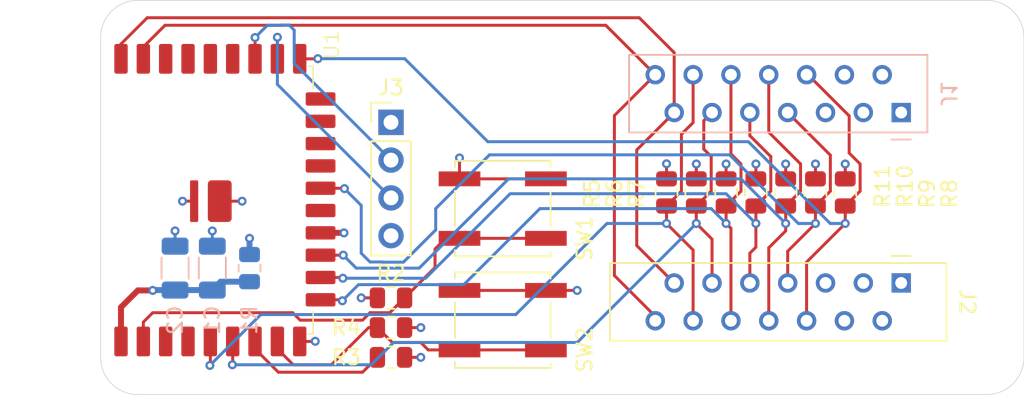
<source format=kicad_pcb>
(kicad_pcb (version 20241229) (generator "pcbnew") (generator_version "9.0")
  (layers (0 "F.Cu" signal) (4 "In1.Cu" signal) (6 "In2.Cu" signal) (2 "B.Cu" signal) (13 "F.Paste" user) (15 "B.Paste" user) (5 "F.SilkS" user "F.Silkscreen") (7 "B.SilkS" user "B.Silkscreen") (1 "F.Mask" user) (3 "B.Mask" user) (25 "Edge.Cuts" user))
  (net 0 "")
  (net 1 "/LED1")
  (net 3 "/LED_AUTO")
  (net 4 "/LED3")
  (net 5 "/BTN_PLUS")
  (net 6 "+3.3V")
  (net 7 "/LED2")
  (net 8 "/BTN_MINUS")
  (net 9 "/LED_ERR")
  (net 11 "GND")
  (net 12 "/LED4")
  (net 14 "/LED_FILTER")
  (net 18 "/RXD")
  (net 19 "/TXD")
  (net 20 "/GPIO8_BOOT")
  (net 21 "/GPIO9_BOOT")
  (net 28 "Net-(U1B-3V3)")
  (net 29 "Net-(U1C-EN)")
  (footprint "Resistor_SMD:R_0805_2012Metric" (layer "F.Cu") (at 120 114 180)
    (property "Reference" "R3" (at 3 0 0) (layer "F.SilkS"))
    (property "Value" "10k")
    (fp_line (start -0.227064 0.735) (end 0.227064 0.735) (stroke (width 0.12)) (layer "F.SilkS"))
    (fp_line (start -0.227064 -0.735) (end 0.227064 -0.735) (stroke (width 0.12)) (layer "F.SilkS"))
    (pad "1" smd roundrect (at -0.9125 0 180) (size 1.025 1.4) (layers "F.Cu" "F.Mask" "F.Paste") (roundrect_rratio 0.243902) (net 6 "+3.3V"))
    (pad "2" smd roundrect (at 0.9125 0 180) (size 1.025 1.4) (layers "F.Cu" "F.Mask" "F.Paste") (roundrect_rratio 0.243902) (net 20 "/GPIO8_BOOT"))
  )
  (footprint "Resistor_SMD:R_0805_2012Metric" (layer "F.Cu") (at 150.5 102.9125 -90)
    (property "Reference" "R8" (at 0.0875 -7 90) (layer "F.SilkS"))
    (property "Value" "47k")
    (fp_line (start -0.227064 0.735) (end 0.227064 0.735) (stroke (width 0.12)) (layer "F.SilkS"))
    (fp_line (start -0.227064 -0.735) (end 0.227064 -0.735) (stroke (width 0.12)) (layer "F.SilkS"))
    (pad "1" smd roundrect (at -0.9125 0 270) (size 1.025 1.4) (layers "F.Cu" "F.Mask" "F.Paste") (roundrect_rratio 0.243902) (net 6 "+3.3V"))
    (pad "2" smd roundrect (at 0.9125 0 270) (size 1.025 1.4) (layers "F.Cu" "F.Mask" "F.Paste") (roundrect_rratio 0.243902) (net 1 "/LED1"))
  )
  (footprint "Resistor_SMD:R_0805_2012Metric" (layer "F.Cu") (at 120 110)
    (property "Reference" "R2" (at 0 -1.65 0) (layer "F.SilkS"))
    (property "Value" "10k")
    (fp_line (start -0.227064 -0.735) (end 0.227064 -0.735) (stroke (width 0.12)) (layer "F.SilkS"))
    (fp_line (start -0.227064 0.735) (end 0.227064 0.735) (stroke (width 0.12)) (layer "F.SilkS"))
    (pad "1" smd roundrect (at -0.9125 0) (size 1.025 1.4) (layers "F.Cu" "F.Mask" "F.Paste") (roundrect_rratio 0.243902) (net 6 "+3.3V"))
    (pad "2" smd roundrect (at 0.9125 0) (size 1.025 1.4) (layers "F.Cu" "F.Mask" "F.Paste") (roundrect_rratio 0.243902) (net 29 "Net-(U1C-EN)"))
  )
  (footprint "local:J_Wurth_WR-MM_690367191472" (layer "F.Cu") (at 154.255 109 -90)
    (property "Reference" "J2" (at 1.27 -4.445 270) (layer "F.SilkS"))
    (property "Value" "690367191472")
    (fp_line (start -1.815 0.65) (end -1.815 -0.65) (stroke (width 0.12)) (layer "F.SilkS"))
    (fp_rect (start -1.34 -3.045) (end 3.88 19.555) (stroke (width 0.12)) (fill no) (layer "F.SilkS"))
    (pad "" np_thru_hole circle (at 1.8 -1.4) (size 1.5 1.5) (drill 1.5) (layers "F&B.Cu" "*.Mask"))
    (pad "1" thru_hole rect (at 0 0) (size 1.3 1.3) (drill 0.8) (layers "*.Cu" "*.Mask") (net 6 "+3.3V"))
    (pad "2" thru_hole circle (at 2.54 1.27) (size 1.3 1.3) (drill 0.8) (layers "*.Cu" "*.Mask") (net 11 "GND"))
    (pad "3" thru_hole circle (at 0 2.54) (size 1.3 1.3) (drill 0.8) (layers "*.Cu" "*.Mask"))
    (pad "4" thru_hole circle (at 2.54 3.81) (size 1.3 1.3) (drill 0.8) (layers "*.Cu" "*.Mask"))
    (pad "5" thru_hole circle (at 0 5.08) (size 1.3 1.3) (drill 0.8) (layers "*.Cu" "*.Mask"))
    (pad "6" thru_hole circle (at 2.54 6.35) (size 1.3 1.3) (drill 0.8) (layers "*.Cu" "*.Mask") (net 1 "/LED1"))
    (pad "7" thru_hole circle (at 0 7.62) (size 1.3 1.3) (drill 0.8) (layers "*.Cu" "*.Mask") (net 7 "/LED2"))
    (pad "8" thru_hole circle (at 2.54 8.89) (size 1.3 1.3) (drill 0.8) (layers "*.Cu" "*.Mask") (net 4 "/LED3"))
    (pad "9" thru_hole circle (at 0 10.16) (size 1.3 1.3) (drill 0.8) (layers "*.Cu" "*.Mask") (net 12 "/LED4"))
    (pad "10" thru_hole circle (at 2.54 11.43) (size 1.3 1.3) (drill 0.8) (layers "*.Cu" "*.Mask") (net 9 "/LED_ERR"))
    (pad "11" thru_hole circle (at 0 12.7) (size 1.3 1.3) (drill 0.8) (layers "*.Cu" "*.Mask") (net 14 "/LED_FILTER"))
    (pad "12" thru_hole circle (at 2.54 13.97) (size 1.3 1.3) (drill 0.8) (layers "*.Cu" "*.Mask") (net 3 "/LED_AUTO"))
    (pad "13" thru_hole circle (at 0 15.24) (size 1.3 1.3) (drill 0.8) (layers "*.Cu" "*.Mask") (net 8 "/BTN_MINUS"))
    (pad "14" thru_hole circle (at 2.54 16.51) (size 1.3 1.3) (drill 0.8) (layers "*.Cu" "*.Mask") (net 5 "/BTN_PLUS"))
  )
  (footprint "Resistor_SMD:R_0805_2012Metric" (layer "F.Cu") (at 142.5 102.9125 -90)
    (property "Reference" "R7" (at 0.0875 6 90) (layer "F.SilkS"))
    (property "Value" "47k")
    (fp_line (start -0.227064 0.735) (end 0.227064 0.735) (stroke (width 0.12)) (layer "F.SilkS"))
    (fp_line (start -0.227064 -0.735) (end 0.227064 -0.735) (stroke (width 0.12)) (layer "F.SilkS"))
    (pad "1" smd roundrect (at -0.9125 0 270) (size 1.025 1.4) (layers "F.Cu" "F.Mask" "F.Paste") (roundrect_rratio 0.243902) (net 6 "+3.3V"))
    (pad "2" smd roundrect (at 0.9125 0 270) (size 1.025 1.4) (layers "F.Cu" "F.Mask" "F.Paste") (roundrect_rratio 0.243902) (net 9 "/LED_ERR"))
  )
  (footprint "Resistor_SMD:R_0805_2012Metric" (layer "F.Cu") (at 120 112 180)
    (property "Reference" "R4" (at 3 0 0) (layer "F.SilkS"))
    (property "Value" "10k")
    (fp_line (start -0.227064 0.735) (end 0.227064 0.735) (stroke (width 0.12)) (layer "F.SilkS"))
    (fp_line (start -0.227064 -0.735) (end 0.227064 -0.735) (stroke (width 0.12)) (layer "F.SilkS"))
    (pad "1" smd roundrect (at -0.9125 0 180) (size 1.025 1.4) (layers "F.Cu" "F.Mask" "F.Paste") (roundrect_rratio 0.243902) (net 6 "+3.3V"))
    (pad "2" smd roundrect (at 0.9125 0 180) (size 1.025 1.4) (layers "F.Cu" "F.Mask" "F.Paste") (roundrect_rratio 0.243902) (net 21 "/GPIO9_BOOT"))
  )
  (footprint "Resistor_SMD:R_0805_2012Metric" (layer "F.Cu") (at 144.5 102.9125 -90)
    (property "Reference" "R11" (at -0.4125 -8.5 90) (layer "F.SilkS"))
    (property "Value" "47k")
    (fp_line (start -0.227064 0.735) (end 0.227064 0.735) (stroke (width 0.12)) (layer "F.SilkS"))
    (fp_line (start -0.227064 -0.735) (end 0.227064 -0.735) (stroke (width 0.12)) (layer "F.SilkS"))
    (pad "1" smd roundrect (at -0.9125 0 270) (size 1.025 1.4) (layers "F.Cu" "F.Mask" "F.Paste") (roundrect_rratio 0.243902) (net 6 "+3.3V"))
    (pad "2" smd roundrect (at 0.9125 0 270) (size 1.025 1.4) (layers "F.Cu" "F.Mask" "F.Paste") (roundrect_rratio 0.243902) (net 12 "/LED4"))
  )
  (footprint "local:ESP32-H2-WROOM-02C" (layer "F.Cu") (at 107.87 103.43 90)
    (property "Reference" "U1" (at 10.43 8.13 90) (layer "F.SilkS") (effects (font (thickness 0.1))))
    (property "Value" "ESP32-H2-WROOM-02C")
    (fp_line (start 9 6.6) (end 9 6.9) (stroke (width 0.1)) (layer "F.SilkS"))
    (fp_line (start -9 6.6) (end -9 6.9) (stroke (width 0.1)) (layer "F.SilkS"))
    (fp_line (start 7.5 6.9) (end 9 6.9) (stroke (width 0.1)) (layer "F.SilkS"))
    (fp_line (start -9 6.9) (end -7.5 6.9) (stroke (width 0.1)) (layer "F.SilkS"))
    (pad "1" smd roundrect (at -9.5 -6 90) (size 2 0.9) (layers "F.Cu" "F.Mask" "F.Paste") (roundrect_rratio 0.15) (net 28 "Net-(U1B-3V3)"))
    (pad "2" smd roundrect (at -9.5 -4.5 90) (size 2 0.9) (layers "F.Cu" "F.Mask" "F.Paste") (roundrect_rratio 0.15) (net 29 "Net-(U1C-EN)"))
    (pad "3" smd roundrect (at -9.5 -3 90) (size 2 0.9) (layers "F.Cu" "F.Mask" "F.Paste") (roundrect_rratio 0.15))
    (pad "4" smd roundrect (at -9.5 -1.5 90) (size 2 0.9) (layers "F.Cu" "F.Mask" "F.Paste") (roundrect_rratio 0.15))
    (pad "5" smd roundrect (at -9.5 0 90) (size 2 0.9) (layers "F.Cu" "F.Mask" "F.Paste") (roundrect_rratio 0.15) (net 3 "/LED_AUTO"))
    (pad "6" smd roundrect (at -9.5 1.5 90) (size 2 0.9) (layers "F.Cu" "F.Mask" "F.Paste") (roundrect_rratio 0.15) (net 14 "/LED_FILTER"))
    (pad "7" smd roundrect (at -9.5 3 90) (size 2 0.9) (layers "F.Cu" "F.Mask" "F.Paste") (roundrect_rratio 0.15) (net 20 "/GPIO8_BOOT"))
    (pad "8" smd roundrect (at -9.5 4.5 90) (size 2 0.9) (layers "F.Cu" "F.Mask" "F.Paste") (roundrect_rratio 0.15) (net 21 "/GPIO9_BOOT"))
    (pad "9" smd roundrect (at -9.5 6 90) (size 2 0.9) (layers "F.Cu" "F.Mask" "F.Paste") (roundrect_rratio 0.15) (net 11 "GND"))
    (pad "10" smd roundrect (at -6.7 7.4 180) (size 2 0.9) (layers "F.Cu" "F.Mask" "F.Paste") (roundrect_rratio 0.15) (net 9 "/LED_ERR"))
    (pad "11" smd roundrect (at -5.2 7.4 180) (size 2 0.9) (layers "F.Cu" "F.Mask" "F.Paste") (roundrect_rratio 0.15) (net 12 "/LED4"))
    (pad "12" smd roundrect (at -3.7 7.4 180) (size 2 0.9) (layers "F.Cu" "F.Mask" "F.Paste") (roundrect_rratio 0.15) (net 4 "/LED3"))
    (pad "13" smd roundrect (at -2.2 7.4 180) (size 2 0.9) (layers "F.Cu" "F.Mask" "F.Paste") (roundrect_rratio 0.15) (net 11 "GND"))
    (pad "14" smd roundrect (at -0.7 7.4 180) (size 2 0.9) (layers "F.Cu" "F.Mask" "F.Paste") (roundrect_rratio 0.15))
    (pad "15" smd roundrect (at 0.8 7.4 180) (size 2 0.9) (layers "F.Cu" "F.Mask" "F.Paste") (roundrect_rratio 0.15) (net 7 "/LED2"))
    (pad "16" smd roundrect (at 2.3 7.4 180) (size 2 0.9) (layers "F.Cu" "F.Mask" "F.Paste") (roundrect_rratio 0.15))
    (pad "17" smd roundrect (at 3.8 7.4 180) (size 2 0.9) (layers "F.Cu" "F.Mask" "F.Paste") (roundrect_rratio 0.15))
    (pad "18" smd roundrect (at 5.3 7.4 180) (size 2 0.9) (layers "F.Cu" "F.Mask" "F.Paste") (roundrect_rratio 0.15))
    (pad "19" smd roundrect (at 6.8 7.4 180) (size 2 0.9) (layers "F.Cu" "F.Mask" "F.Paste") (roundrect_rratio 0.15))
    (pad "20" smd roundrect (at 9.5 6 270) (size 2 0.9) (layers "F.Cu" "F.Mask" "F.Paste") (roundrect_rratio 0.15) (net 1 "/LED1"))
    (pad "21" smd roundrect (at 9.5 4.5 270) (size 2 0.9) (layers "F.Cu" "F.Mask" "F.Paste") (roundrect_rratio 0.15) (net 18 "/RXD"))
    (pad "22" smd roundrect (at 9.5 3 270) (size 2 0.9) (layers "F.Cu" "F.Mask" "F.Paste") (roundrect_rratio 0.15) (net 19 "/TXD"))
    (pad "23" smd roundrect (at 9.5 1.5 270) (size 2 0.9) (layers "F.Cu" "F.Mask" "F.Paste") (roundrect_rratio 0.15))
    (pad "24" smd roundrect (at 9.5 0 270) (size 2 0.9) (layers "F.Cu" "F.Mask" "F.Paste") (roundrect_rratio 0.15))
    (pad "25" smd roundrect (at 9.5 -1.5 270) (size 2 0.9) (layers "F.Cu" "F.Mask" "F.Paste") (roundrect_rratio 0.15))
    (pad "26" smd roundrect (at 9.5 -3 270) (size 2 0.9) (layers "F.Cu" "F.Mask" "F.Paste") (roundrect_rratio 0.15))
    (pad "27" smd roundrect (at 9.5 -4.5 270) (size 2 0.9) (layers "F.Cu" "F.Mask" "F.Paste") (roundrect_rratio 0.15) (net 5 "/BTN_PLUS"))
    (pad "28" smd roundrect (at 9.5 -6 270) (size 2 0.9) (layers "F.Cu" "F.Mask" "F.Paste") (roundrect_rratio 0.15) (net 8 "/BTN_MINUS"))
    (pad "29" smd roundrect (at -0.07 -1.09 270) (size 2.8 0.55) (layers "F.Cu" "F.Mask" "F.Paste") (roundrect_rratio 0.15) (net 11 "GND"))
    (pad "30" smd roundrect (at -0.07 0.63 270) (size 2.8 1.6) (layers "F.Cu" "F.Mask" "F.Paste") (roundrect_rratio 0.15) (net 11 "GND"))
  )
  (footprint "Button_Switch_SMD:SW_Push_1P1T_NO_CK_KSC7xxJ" (layer "F.Cu") (at 127.5 104)
    (property "Reference" "SW1" (at 5.5 2 90) (layer "F.SilkS"))
    (property "Value" "SW_Push")
    (fp_line (start -3.21 -3.21) (end -3.21 -2.8) (stroke (width 0.12)) (layer "F.SilkS"))
    (fp_line (start -3.21 -1.2) (end -3.21 1.2) (stroke (width 0.12)) (layer "F.SilkS"))
    (fp_line (start -3.21 2.8) (end -3.21 3.21) (stroke (width 0.12)) (layer "F.SilkS"))
    (fp_line (start -3.21 3.21) (end 3.21 3.21) (stroke (width 0.12)) (layer "F.SilkS"))
    (fp_line (start 3.21 -3.21) (end -3.21 -3.21) (stroke (width 0.12)) (layer "F.SilkS"))
    (fp_line (start 3.21 -2.8) (end 3.21 -3.21) (stroke (width 0.12)) (layer "F.SilkS"))
    (fp_line (start 3.21 1.2) (end 3.21 -1.2) (stroke (width 0.12)) (layer "F.SilkS"))
    (fp_line (start 3.21 3.21) (end 3.21 2.93) (stroke (width 0.12)) (layer "F.SilkS"))
    (pad "1" smd rect (at -2.9 -2) (size 2.8 1) (layers "F.Cu" "F.Mask" "F.Paste") (net 11 "GND"))
    (pad "1" smd rect (at 2.9 -2) (size 2.8 1) (layers "F.Cu" "F.Mask" "F.Paste") (net 11 "GND"))
    (pad "2" smd rect (at -2.9 2) (size 2.8 1) (layers "F.Cu" "F.Mask" "F.Paste") (net 29 "Net-(U1C-EN)"))
    (pad "2" smd rect (at 2.9 2) (size 2.8 1) (layers "F.Cu" "F.Mask" "F.Paste") (net 29 "Net-(U1C-EN)"))
  )
  (footprint "Button_Switch_SMD:SW_Push_1P1T_NO_CK_KSC7xxJ" (layer "F.Cu") (at 127.5 111.5)
    (property "Reference" "SW2" (at 5.5 2 90) (layer "F.SilkS"))
    (property "Value" "SW_Push")
    (fp_line (start -3.21 -3.21) (end -3.21 -2.8) (stroke (width 0.12)) (layer "F.SilkS"))
    (fp_line (start -3.21 -1.2) (end -3.21 1.2) (stroke (width 0.12)) (layer "F.SilkS"))
    (fp_line (start -3.21 2.8) (end -3.21 3.21) (stroke (width 0.12)) (layer "F.SilkS"))
    (fp_line (start -3.21 3.21) (end 3.21 3.21) (stroke (width 0.12)) (layer "F.SilkS"))
    (fp_line (start 3.21 -3.21) (end -3.21 -3.21) (stroke (width 0.12)) (layer "F.SilkS"))
    (fp_line (start 3.21 -2.8) (end 3.21 -3.21) (stroke (width 0.12)) (layer "F.SilkS"))
    (fp_line (start 3.21 1.2) (end 3.21 -1.2) (stroke (width 0.12)) (layer "F.SilkS"))
    (fp_line (start 3.21 3.21) (end 3.21 2.93) (stroke (width 0.12)) (layer "F.SilkS"))
    (pad "1" smd rect (at -2.9 -2) (size 2.8 1) (layers "F.Cu" "F.Mask" "F.Paste") (net 11 "GND"))
    (pad "1" smd rect (at 2.9 -2) (size 2.8 1) (layers "F.Cu" "F.Mask" "F.Paste") (net 11 "GND"))
    (pad "2" smd rect (at -2.9 2) (size 2.8 1) (layers "F.Cu" "F.Mask" "F.Paste") (net 21 "/GPIO9_BOOT"))
    (pad "2" smd rect (at 2.9 2) (size 2.8 1) (layers "F.Cu" "F.Mask" "F.Paste") (net 21 "/GPIO9_BOOT"))
  )
  (footprint "Resistor_SMD:R_0805_2012Metric" (layer "F.Cu") (at 138.5 102.9125 -90)
    (property "Reference" "R5" (at 0.0875 5 90) (layer "F.SilkS"))
    (property "Value" "47k")
    (fp_line (start -0.227064 0.735) (end 0.227064 0.735) (stroke (width 0.12)) (layer "F.SilkS"))
    (fp_line (start -0.227064 -0.735) (end 0.227064 -0.735) (stroke (width 0.12)) (layer "F.SilkS"))
    (pad "1" smd roundrect (at -0.9125 0 270) (size 1.025 1.4) (layers "F.Cu" "F.Mask" "F.Paste") (roundrect_rratio 0.243902) (net 6 "+3.3V"))
    (pad "2" smd roundrect (at 0.9125 0 270) (size 1.025 1.4) (layers "F.Cu" "F.Mask" "F.Paste") (roundrect_rratio 0.243902) (net 3 "/LED_AUTO"))
  )
  (footprint "Resistor_SMD:R_0805_2012Metric" (layer "F.Cu") (at 148.5 102.9125 -90)
    (property "Reference" "R9" (at 0.0875 -7.5 90) (layer "F.SilkS"))
    (property "Value" "47k")
    (fp_line (start -0.227064 0.735) (end 0.227064 0.735) (stroke (width 0.12)) (layer "F.SilkS"))
    (fp_line (start -0.227064 -0.735) (end 0.227064 -0.735) (stroke (width 0.12)) (layer "F.SilkS"))
    (pad "1" smd roundrect (at -0.9125 0 270) (size 1.025 1.4) (layers "F.Cu" "F.Mask" "F.Paste") (roundrect_rratio 0.243902) (net 6 "+3.3V"))
    (pad "2" smd roundrect (at 0.9125 0 270) (size 1.025 1.4) (layers "F.Cu" "F.Mask" "F.Paste") (roundrect_rratio 0.243902) (net 7 "/LED2"))
  )
  (footprint "Resistor_SMD:R_0805_2012Metric" (layer "F.Cu") (at 140.5 102.9125 -90)
    (property "Reference" "R6" (at 0.0875 5.5 90) (layer "F.SilkS"))
    (property "Value" "47k")
    (fp_line (start -0.227064 0.735) (end 0.227064 0.735) (stroke (width 0.12)) (layer "F.SilkS"))
    (fp_line (start -0.227064 -0.735) (end 0.227064 -0.735) (stroke (width 0.12)) (layer "F.SilkS"))
    (pad "1" smd roundrect (at -0.9125 0 270) (size 1.025 1.4) (layers "F.Cu" "F.Mask" "F.Paste") (roundrect_rratio 0.243902) (net 6 "+3.3V"))
    (pad "2" smd roundrect (at 0.9125 0 270) (size 1.025 1.4) (layers "F.Cu" "F.Mask" "F.Paste") (roundrect_rratio 0.243902) (net 14 "/LED_FILTER"))
  )
  (footprint "Connector_PinHeader_2.54mm:PinHeader_1x04_P2.54mm_Vertical" (layer "F.Cu") (at 120 98.2)
    (property "Reference" "J3" (at 0 -2.33 0) (layer "F.SilkS"))
    (property "Value" "Conn_01x04")
    (fp_line (start -1.33 -1.33) (end 0 -1.33) (stroke (width 0.12)) (layer "F.SilkS"))
    (fp_line (start -1.33 0) (end -1.33 -1.33) (stroke (width 0.12)) (layer "F.SilkS"))
    (fp_line (start -1.33 1.27) (end -1.33 8.95) (stroke (width 0.12)) (layer "F.SilkS"))
    (fp_line (start -1.33 1.27) (end 1.33 1.27) (stroke (width 0.12)) (layer "F.SilkS"))
    (fp_line (start -1.33 8.95) (end 1.33 8.95) (stroke (width 0.12)) (layer "F.SilkS"))
    (fp_line (start 1.33 1.27) (end 1.33 8.95) (stroke (width 0.12)) (layer "F.SilkS"))
    (pad "1" thru_hole rect (at 0 0) (size 1.7 1.7) (drill 1) (layers "*.Cu" "*.Mask") (net 6 "+3.3V"))
    (pad "2" thru_hole oval (at 0 2.54) (size 1.7 1.7) (drill 1) (layers "*.Cu" "*.Mask") (net 19 "/TXD"))
    (pad "3" thru_hole oval (at 0 5.08) (size 1.7 1.7) (drill 1) (layers "*.Cu" "*.Mask") (net 18 "/RXD"))
    (pad "4" thru_hole oval (at 0 7.62) (size 1.7 1.7) (drill 1) (layers "*.Cu" "*.Mask") (net 11 "GND"))
  )
  (footprint "Resistor_SMD:R_0805_2012Metric" (layer "F.Cu") (at 146.5 102.9125 -90)
    (property "Reference" "R10" (at -0.4125 -8 90) (layer "F.SilkS"))
    (property "Value" "47k")
    (fp_line (start -0.227064 0.735) (end 0.227064 0.735) (stroke (width 0.12)) (layer "F.SilkS"))
    (fp_line (start -0.227064 -0.735) (end 0.227064 -0.735) (stroke (width 0.12)) (layer "F.SilkS"))
    (pad "1" smd roundrect (at -0.9125 0 270) (size 1.025 1.4) (layers "F.Cu" "F.Mask" "F.Paste") (roundrect_rratio 0.243902) (net 6 "+3.3V"))
    (pad "2" smd roundrect (at 0.9125 0 270) (size 1.025 1.4) (layers "F.Cu" "F.Mask" "F.Paste") (roundrect_rratio 0.243902) (net 4 "/LED3"))
  )
  (footprint "Capacitor_SMD:C_1206_3216Metric" (layer "B.Cu") (at 108 108 90)
    (property "Reference" "C1" (at -3.5 0 90) (layer "B.SilkS") (effects (justify mirror)))
    (property "Value" "10uF")
    (fp_line (start -0.711252 -0.91) (end 0.711252 -0.91) (stroke (width 0.12)) (layer "B.SilkS"))
    (fp_line (start -0.711252 0.91) (end 0.711252 0.91) (stroke (width 0.12)) (layer "B.SilkS"))
    (pad "1" smd roundrect (at -1.475 0 90) (size 1.15 1.8) (layers "B.Cu" "B.Mask" "B.Paste") (roundrect_rratio 0.217391) (net 28 "Net-(U1B-3V3)"))
    (pad "2" smd roundrect (at 1.475 0 90) (size 1.15 1.8) (layers "B.Cu" "B.Mask" "B.Paste") (roundrect_rratio 0.217391) (net 11 "GND"))
  )
  (footprint "Resistor_SMD:R_0805_2012Metric" (layer "B.Cu") (at 110.5 108 -90)
    (property "Reference" "R1" (at 3.5 0 90) (layer "B.SilkS") (effects (justify mirror)))
    (property "Value" "1R")
    (fp_line (start -0.227064 0.735) (end 0.227064 0.735) (stroke (width 0.12)) (layer "B.SilkS"))
    (fp_line (start -0.227064 -0.735) (end 0.227064 -0.735) (stroke (width 0.12)) (layer "B.SilkS"))
    (pad "1" smd roundrect (at -0.9125 0 270) (size 1.025 1.4) (layers "B.Cu" "B.Mask" "B.Paste") (roundrect_rratio 0.243902) (net 6 "+3.3V"))
    (pad "2" smd roundrect (at 0.9125 0 270) (size 1.025 1.4) (layers "B.Cu" "B.Mask" "B.Paste") (roundrect_rratio 0.243902) (net 28 "Net-(U1B-3V3)"))
  )
  (footprint "Capacitor_SMD:C_1206_3216Metric" (layer "B.Cu") (at 105.5 108 90)
    (property "Reference" "C2" (at -3.5 0 90) (layer "B.SilkS") (effects (justify mirror)))
    (property "Value" "10uF")
    (fp_line (start -0.711252 -0.91) (end 0.711252 -0.91) (stroke (width 0.12)) (layer "B.SilkS"))
    (fp_line (start -0.711252 0.91) (end 0.711252 0.91) (stroke (width 0.12)) (layer "B.SilkS"))
    (pad "1" smd roundrect (at -1.475 0 90) (size 1.15 1.8) (layers "B.Cu" "B.Mask" "B.Paste") (roundrect_rratio 0.217391) (net 28 "Net-(U1B-3V3)"))
    (pad "2" smd roundrect (at 1.475 0 90) (size 1.15 1.8) (layers "B.Cu" "B.Mask" "B.Paste") (roundrect_rratio 0.217391) (net 11 "GND"))
  )
  (footprint "local:J_Wurth_WR-MM_690357101472" (layer "B.Cu") (at 154.255 97.54 90)
    (property "Reference" "J1" (at 1.27 3.175 270) (layer "B.SilkS") (effects (justify mirror)))
    (property "Value" "690357101472")
    (fp_line (start -1.815 0.65) (end -1.815 -0.65) (stroke (width 0.12)) (layer "B.SilkS"))
    (fp_rect (start -1.34 1.76) (end 3.88 -18.27) (stroke (width 0.12)) (fill no) (layer "B.SilkS"))
    (pad "1" thru_hole rect (at 0 0) (size 1.3 1.3) (drill 0.8) (layers "*.Cu" "*.Mask") (net 6 "+3.3V"))
    (pad "2" thru_hole circle (at 2.54 -1.27) (size 1.3 1.3) (drill 0.8) (layers "*.Cu" "*.Mask") (net 11 "GND"))
    (pad "3" thru_hole circle (at 0 -2.54) (size 1.3 1.3) (drill 0.8) (layers "*.Cu" "*.Mask"))
    (pad "4" thru_hole circle (at 2.54 -3.81) (size 1.3 1.3) (drill 0.8) (layers "*.Cu" "*.Mask"))
    (pad "5" thru_hole circle (at 0 -5.08) (size 1.3 1.3) (drill 0.8) (layers "*.Cu" "*.Mask"))
    (pad "6" thru_hole circle (at 2.54 -6.35) (size 1.3 1.3) (drill 0.8) (layers "*.Cu" "*.Mask") (net 1 "/LED1"))
    (pad "7" thru_hole circle (at 0 -7.62) (size 1.3 1.3) (drill 0.8) (layers "*.Cu" "*.Mask") (net 7 "/LED2"))
    (pad "8" thru_hole circle (at 2.54 -8.89) (size 1.3 1.3) (drill 0.8) (layers "*.Cu" "*.Mask") (net 4 "/LED3"))
    (pad "9" thru_hole circle (at 0 -10.16) (size 1.3 1.3) (drill 0.8) (layers "*.Cu" "*.Mask") (net 12 "/LED4"))
    (pad "10" thru_hole circle (at 2.54 -11.43) (size 1.3 1.3) (drill 0.8) (layers "*.Cu" "*.Mask") (net 9 "/LED_ERR"))
    (pad "11" thru_hole circle (at 0 -12.7) (size 1.3 1.3) (drill 0.8) (layers "*.Cu" "*.Mask") (net 14 "/LED_FILTER"))
    (pad "12" thru_hole circle (at 2.54 -13.97) (size 1.3 1.3) (drill 0.8) (layers "*.Cu" "*.Mask") (net 3 "/LED_AUTO"))
    (pad "13" thru_hole circle (at 0 -15.24) (size 1.3 1.3) (drill 0.8) (layers "*.Cu" "*.Mask") (net 8 "/BTN_MINUS"))
    (pad "14" thru_hole circle (at 2.54 -16.51) (size 1.3 1.3) (drill 0.8) (layers "*.Cu" "*.Mask") (net 5 "/BTN_PLUS"))
  )
  (gr_arc (start 160 90) (mid 161.767767 90.732233) (end 162.5 92.5) (stroke (width 0.05)) (layer "Edge.Cuts"))
  (gr_arc (start 162.5 114) (mid 161.767767 115.767767) (end 160 116.5) (stroke (width 0.05)) (layer "Edge.Cuts"))
  (gr_line (start 162.5 114) (end 162.5 92.5) (stroke (width 0.05)) (layer "Edge.Cuts"))
  (gr_line (start 100.5 92.5) (end 100.5 114) (stroke (width 0.05)) (layer "Edge.Cuts"))
  (gr_line (start 103 116.5) (end 160 116.5) (stroke (width 0.05)) (layer "Edge.Cuts"))
  (gr_arc (start 103 116.5) (mid 101.232233 115.767767) (end 100.5 114) (stroke (width 0.05)) (layer "Edge.Cuts"))
  (gr_line (start 103 90) (end 160 90) (stroke (width 0.05)) (layer "Edge.Cuts"))
  (gr_arc (start 100.5 92.5) (mid 101.232233 90.732233) (end 103 90) (stroke (width 0.05)) (layer "Edge.Cuts"))
  (segment (start 150.764 100.264) (end 151.5 101) (width 0.2) (layer "F.Cu") (net 1))
  (segment (start 151.5 101) (end 151.5 102.825) (width 0.2) (layer "F.Cu") (net 1))
  (segment (start 150.5 103.825) (end 150.5 105) (width 0.2) (layer "F.Cu") (net 1))
  (segment (start 113.87 93.93) (end 115.078637 93.93) (width 0.2) (layer "F.Cu") (net 1))
  (segment (start 148 95) (end 150.764 97.764) (width 0.2) (layer "F.Cu") (net 1))
  (segment (start 115.078637 93.93) (end 115.089189 93.919448) (width 0.4) (layer "F.Cu") (net 1))
  (segment (start 151.5 102.825) (end 150.5 103.825) (width 0.2) (layer "F.Cu") (net 1))
  (segment (start 150.764 97.764) (end 150.764 100.264) (width 0.2) (layer "F.Cu") (net 1))
  (segment (start 147.905 107.595) (end 147.905 111.54) (width 0.2) (layer "F.Cu") (net 1))
  (segment (start 147.905 95) (end 148 95) (width 0.2) (layer "F.Cu") (net 1))
  (segment (start 150.5 105) (end 147.905 107.595) (width 0.2) (layer "F.Cu") (net 1))
  (via (at 115.089189 93.919448) (size 0.6) (drill 0.3) (layers "F.Cu" "B.Cu") (net 1))
  (via (at 150.5 105) (size 0.6) (drill 0.3) (layers "F.Cu" "B.Cu") (net 1))
  (segment (start 143.991364 99.5) (end 149.491364 105) (width 0.2) (layer "B.Cu") (net 1))
  (segment (start 115.089189 93.919448) (end 120.919448 93.919448) (width 0.2) (layer "B.Cu") (net 1))
  (segment (start 126.5 99.5) (end 143.991364 99.5) (width 0.2) (layer "B.Cu") (net 1))
  (segment (start 120.919448 93.919448) (end 126.5 99.5) (width 0.2) (layer "B.Cu") (net 1))
  (segment (start 149.491364 105) (end 150.5 105) (width 0.2) (layer "B.Cu") (net 1))
  (segment (start 138.5 103.825) (end 139.5 102.825) (width 0.2) (layer "F.Cu") (net 3))
  (segment (start 138.5 105) (end 140.285 106.785) (width 0.2) (layer "F.Cu") (net 3))
  (segment (start 139.5 99) (end 140.285 98.215) (width 0.2) (layer "F.Cu") (net 3))
  (segment (start 140.285 98.215) (end 140.285 95) (width 0.2) (layer "F.Cu") (net 3))
  (segment (start 140.285 106.785) (end 140.285 111.54) (width 0.2) (layer "F.Cu") (net 3))
  (segment (start 107.87 112.93) (end 107.87 114.510185) (width 0.2) (layer "F.Cu") (net 3))
  (segment (start 139.5 102.825) (end 139.5 99) (width 0.2) (layer "F.Cu") (net 3))
  (segment (start 107.87 114.510185) (end 107.838456 114.541729) (width 0.2) (layer "F.Cu") (net 3))
  (segment (start 138.5 105) (end 138.5 103.825) (width 0.2) (layer "F.Cu") (net 3))
  (via (at 138.5 105) (size 0.6) (drill 0.3) (layers "F.Cu" "B.Cu") (net 3))
  (via (at 107.838456 114.541729) (size 0.6) (drill 0.3) (layers "F.Cu" "B.Cu") (net 3))
  (segment (start 128.377423 111.122577) (end 134.5 105) (width 0.2) (layer "B.Cu") (net 3))
  (segment (start 107.838456 114.541729) (end 111.257608 111.122577) (width 0.2) (layer "B.Cu") (net 3))
  (segment (start 111.257608 111.122577) (end 128.377423 111.122577) (width 0.2) (layer "B.Cu") (net 3))
  (segment (start 134.5 105) (end 138.5 105) (width 0.2) (layer "B.Cu") (net 3))
  (segment (start 116.792945 107.12978) (end 116.792725 107.13) (width 0.2) (layer "F.Cu") (net 4))
  (segment (start 147.5 102.825) (end 147.5 101) (width 0.2) (layer "F.Cu") (net 4))
  (segment (start 147.5 101) (end 145.365 98.865) (width 0.2) (layer "F.Cu") (net 4))
  (segment (start 145.365 98.865) (end 145.365 95) (width 0.2) (layer "F.Cu") (net 4))
  (segment (start 146.5 103.825) (end 147.5 102.825) (width 0.2) (layer "F.Cu") (net 4))
  (segment (start 145.365 106.635) (end 146.5 105.5) (width 0.2) (layer "F.Cu") (net 4))
  (segment (start 146.5 105.5) (end 146.5 103.825) (width 0.2) (layer "F.Cu") (net 4))
  (segment (start 145.365 111.54) (end 145.365 106.635) (width 0.2) (layer "F.Cu") (net 4))
  (segment (start 116.792725 107.13) (end 115.27 107.13) (width 0.2) (layer "F.Cu") (net 4))
  (via (at 146.5 105) (size 0.6) (drill 0.3) (layers "F.Cu" "B.Cu") (net 4))
  (via (at 116.792945 107.12978) (size 0.6) (drill 0.3) (layers "F.Cu" "B.Cu") (net 4))
  (segment (start 117.663165 108) (end 121.893634 108) (width 0.2) (layer "B.Cu") (net 4))
  (segment (start 121.893634 108) (end 127.893634 102) (width 0.2) (layer "B.Cu") (net 4))
  (segment (start 116.792945 107.12978) (end 117.663165 108) (width 0.2) (layer "B.Cu") (net 4))
  (segment (start 143.5 102) (end 146.5 105) (width 0.2) (layer "B.Cu") (net 4))
  (segment (start 127.893634 102) (end 143.5 102) (width 0.2) (layer "B.Cu") (net 4))
  (segment (start 137.745 95) (end 135 97.745) (width 0.2) (layer "F.Cu") (net 5))
  (segment (start 137.745 111.245) (end 137.745 111.54) (width 0.2) (layer "F.Cu") (net 5))
  (segment (start 103.37 93.93) (end 103.37 93.13) (width 0.2) (layer "F.Cu") (net 5))
  (segment (start 103.37 93.13) (end 104.82527 91.67473) (width 0.2) (layer "F.Cu") (net 5))
  (segment (start 104.82527 91.67473) (end 134.41973 91.67473) (width 0.2) (layer "F.Cu") (net 5))
  (segment (start 134.41973 91.67473) (end 137.745 95) (width 0.2) (layer "F.Cu") (net 5))
  (segment (start 135 108.5) (end 137.745 111.245) (width 0.2) (layer "F.Cu") (net 5))
  (segment (start 135 97.745) (end 135 108.5) (width 0.2) (layer "F.Cu") (net 5))
  (segment (start 140.5 101) (end 140.5 102) (width 0.2) (layer "F.Cu") (net 6))
  (segment (start 150.5 101) (end 150.5 102) (width 0.2) (layer "F.Cu") (net 6))
  (segment (start 120.9125 112) (end 121 112) (width 0.2) (layer "F.Cu") (net 6))
  (segment (start 144.5 101) (end 144.5 102) (width 0.2) (layer "F.Cu") (net 6))
  (segment (start 142.5 101) (end 142.5 102) (width 0.2) (layer "F.Cu") (net 6))
  (segment (start 146.5 101) (end 146.5 102) (width 0.2) (layer "F.Cu") (net 6))
  (segment (start 121 112) (end 122 112) (width 0.2) (layer "F.Cu") (net 6))
  (segment (start 119.0875 110) (end 118 110) (width 0.2) (layer "F.Cu") (net 6))
  (segment (start 120.9125 114) (end 122 114) (width 0.2) (layer "F.Cu") (net 6))
  (segment (start 138.5 100.9875) (end 138.5 102) (width 0.2) (layer "F.Cu") (net 6))
  (segment (start 148.5 101) (end 148.5 102) (width 0.2) (layer "F.Cu") (net 6))
  (via (at 150.5 101) (size 0.6) (drill 0.3) (layers "F.Cu" "B.Cu") (net 6))
  (via (at 142.5 101) (size 0.6) (drill 0.3) (layers "F.Cu" "B.Cu") (net 6))
  (via (at 110.5 106) (size 0.6) (drill 0.3) (layers "F.Cu" "B.Cu") (net 6))
  (via (at 118 110) (size 0.6) (drill 0.3) (layers "F.Cu" "B.Cu") (net 6))
  (via (at 122 112) (size 0.6) (drill 0.3) (layers "F.Cu" "B.Cu") (net 6))
  (via (at 146.5 101) (size 0.6) (drill 0.3) (layers "F.Cu" "B.Cu") (net 6))
  (via (at 122 114) (size 0.6) (drill 0.3) (layers "F.Cu" "B.Cu") (net 6))
  (via (at 144.5 101) (size 0.6) (drill 0.3) (layers "F.Cu" "B.Cu") (net 6))
  (via (at 138.5 100.9875) (size 0.6) (drill 0.3) (layers "F.Cu" "B.Cu") (net 6))
  (via (at 140.5 101) (size 0.6) (drill 0.3) (layers "F.Cu" "B.Cu") (net 6))
  (via (at 148.5 101) (size 0.6) (drill 0.3) (layers "F.Cu" "B.Cu") (net 6))
  (segment (start 110.5 107.0875) (end 110.5 106) (width 0.4) (layer "B.Cu") (net 6))
  (segment (start 146.635 109) (end 146.635 106.865) (width 0.2) (layer "F.Cu") (net 7))
  (segment (start 115.27 102.63) (end 116.847463 102.63) (width 0.2) (layer "F.Cu") (net 7))
  (segment (start 146.635 106.865) (end 148.5 105) (width 0.2) (layer "F.Cu") (net 7))
  (segment (start 116.847463 102.63) (end 116.872821 102.655358) (width 0.2) (layer "F.Cu") (net 7))
  (segment (start 148.5 105) (end 148.5 104) (width 0.2) (layer "F.Cu") (net 7))
  (segment (start 148.5 103.825) (end 149.5 102.825) (width 0.2) (layer "F.Cu") (net 7))
  (segment (start 149.5 102.825) (end 149.5 100.405) (width 0.2) (layer "F.Cu") (net 7))
  (segment (start 148.5 104) (end 148.5 103.825) (width 0.2) (layer "F.Cu") (net 7))
  (segment (start 149.5 100.405) (end 146.635 97.54) (width 0.2) (layer "F.Cu") (net 7))
  (via (at 116.872821 102.655358) (size 0.6) (drill 0.3) (layers "F.Cu" "B.Cu") (net 7))
  (via (at 148.5 105) (size 0.6) (drill 0.3) (layers "F.Cu" "B.Cu") (net 7))
  (segment (start 118.58643 107.58643) (end 119.41357 107.58643) (width 0.2) (layer "B.Cu") (net 7))
  (segment (start 118 103.782537) (end 118 107) (width 0.2) (layer "B.Cu") (net 7))
  (segment (start 120.8339 107.599) (end 123 105.4329) (width 0.2) (layer "B.Cu") (net 7))
  (segment (start 147.349943 105) (end 142.736443 100.3865) (width 0.2) (layer "B.Cu") (net 7))
  (segment (start 119.42614 107.599) (end 120.8339 107.599) (width 0.2) (layer "B.Cu") (net 7))
  (segment (start 116.872821 102.655358) (end 118 103.782537) (width 0.2) (layer "B.Cu") (net 7))
  (segment (start 118 107) (end 118.58643 107.58643) (width 0.2) (layer "B.Cu") (net 7))
  (segment (start 126.6135 100.3865) (end 142.736443 100.3865) (width 0.2) (layer "B.Cu") (net 7))
  (segment (start 119.41357 107.58643) (end 119.42614 107.599) (width 0.2) (layer "B.Cu") (net 7))
  (segment (start 123 105.4329) (end 123 104) (width 0.2) (layer "B.Cu") (net 7))
  (segment (start 148.5 105) (end 147.349943 105) (width 0.2) (layer "B.Cu") (net 7))
  (segment (start 123 104) (end 126.6135 100.3865) (width 0.2) (layer "B.Cu") (net 7))
  (segment (start 101.87 93.93) (end 101.87 92.930001) (width 0.2) (layer "F.Cu") (net 8))
  (segment (start 136.5 100.055) (end 136.5 106.485) (width 0.2) (layer "F.Cu") (net 8))
  (segment (start 139.015 93.515) (end 139.015 97.54) (width 0.2) (layer "F.Cu") (net 8))
  (segment (start 139.015 97.54) (end 136.5 100.055) (width 0.2) (layer "F.Cu") (net 8))
  (segment (start 136.667259 91.167259) (end 139.015 93.515) (width 0.2) (layer "F.Cu") (net 8))
  (segment (start 136.5 106.485) (end 139.015 109) (width 0.2) (layer "F.Cu") (net 8))
  (segment (start 101.87 92.930001) (end 103.632742 91.167259) (width 0.2) (layer "F.Cu") (net 8))
  (segment (start 103.632742 91.167259) (end 136.667259 91.167259) (width 0.2) (layer "F.Cu") (net 8))
  (segment (start 143.5 101) (end 143.5 102.825) (width 0.2) (layer "F.Cu") (net 9))
  (segment (start 116.665544 110.13) (end 116.732632 110.197088) (width 0.2) (layer "F.Cu") (net 9))
  (segment (start 142.825 105.325) (end 142.825 111.54) (width 0.2) (layer "F.Cu") (net 9))
  (segment (start 142.5 103.825) (end 143.5 102.825) (width 0.2) (layer "F.Cu") (net 9))
  (segment (start 142.5 105) (end 142.825 105.325) (width 0.2) (layer "F.Cu") (net 9))
  (segment (start 142.825 95) (end 142.825 100.325) (width 0.2) (layer "F.Cu") (net 9))
  (segment (start 142.5 103.825) (end 142.5 105) (width 0.2) (layer "F.Cu") (net 9))
  (segment (start 115.27 110.13) (end 116.665544 110.13) (width 0.2) (layer "F.Cu") (net 9))
  (segment (start 142.825 100.325) (end 143.5 101) (width 0.2) (layer "F.Cu") (net 9))
  (via (at 116.732632 110.197088) (size 0.6) (drill 0.3) (layers "F.Cu" "B.Cu") (net 9))
  (via (at 142.5 105) (size 0.6) (drill 0.3) (layers "F.Cu" "B.Cu") (net 9))
  (segment (start 116.732632 110.197088) (end 117.816365 109.113355) (width 0.2) (layer "B.Cu") (net 9))
  (segment (start 124.886645 109.113355) (end 130 104) (width 0.2) (layer "B.Cu") (net 9))
  (segment (start 117.816365 109.113355) (end 124.886645 109.113355) (width 0.2) (layer "B.Cu") (net 9))
  (segment (start 130 104) (end 141.5 104) (width 0.2) (layer "B.Cu") (net 9))
  (segment (start 141.5 104) (end 142.5 105) (width 0.2) (layer "B.Cu") (net 9))
  (segment (start 106.78 103.5) (end 106 103.5) (width 0.2) (layer "F.Cu") (net 11))
  (segment (start 114.900842 112.93) (end 114.91081 112.920032) (width 0.2) (layer "F.Cu") (net 11))
  (segment (start 124.6 102) (end 124.6 100.593963) (width 0.2) (layer "F.Cu") (net 11))
  (segment (start 108.5 103.5) (end 110 103.5) (width 0.2) (layer "F.Cu") (net 11))
  (segment (start 113.87 112.93) (end 114.900842 112.93) (width 0.2) (layer "F.Cu") (net 11))
  (segment (start 116.841174 105.632909) (end 116.838265 105.63) (width 0.4) (layer "F.Cu") (net 11))
  (segment (start 124.6 109.5) (end 130.4 109.5) (width 0.2) (layer "F.Cu") (net 11))
  (segment (start 124.6 102) (end 130.4 102) (width 0.2) (layer "F.Cu") (net 11))
  (segment (start 130.4 109.5) (end 132.5 109.5) (width 0.2) (layer "F.Cu") (net 11))
  (segment (start 116.838265 105.63) (end 115.27 105.63) (width 0.4) (layer "F.Cu") (net 11))
  (segment (start 124.6 100.593963) (end 124.620826 100.573137) (width 0.2) (layer "F.Cu") (net 11))
  (via (at 114.91081 112.920032) (size 0.6) (drill 0.3) (layers "F.Cu" "B.Cu") (net 11))
  (via (at 132.5 109.5) (size 0.6) (drill 0.3) (layers "F.Cu" "B.Cu") (net 11))
  (via (at 105.5 105.5) (size 0.6) (drill 0.3) (layers "F.Cu" "B.Cu") (net 11))
  (via (at 124.6 100.593963) (size 0.6) (drill 0.3) (layers "F.Cu" "B.Cu") (net 11))
  (via (at 116.841174 105.632909) (size 0.6) (drill 0.3) (layers "F.Cu" "B.Cu") (net 11))
  (via (at 106 103.5) (size 0.6) (drill 0.3) (layers "F.Cu" "B.Cu") (net 11))
  (via (at 108 105.5) (size 0.6) (drill 0.3) (layers "F.Cu" "B.Cu") (net 11))
  (via (at 110 103.5) (size 0.6) (drill 0.3) (layers "F.Cu" "B.Cu") (net 11))
  (segment (start 105.5 106.525) (end 105.5 105.5) (width 0.2) (layer "B.Cu") (net 11))
  (segment (start 108 106.525) (end 108 106.5) (width 0.2) (layer "B.Cu") (net 11))
  (segment (start 108 106.525) (end 108 105.5) (width 0.2) (layer "B.Cu") (net 11))
  (segment (start 145.5 102.825) (end 145.5 100.5) (width 0.2) (layer "F.Cu") (net 12))
  (segment (start 144.5 105) (end 144.5 106.595) (width 0.2) (layer "F.Cu") (net 12))
  (segment (start 144.095 109) (end 144.095 107) (width 0.2) (layer "F.Cu") (net 12))
  (segment (start 115.27 108.63) (end 116.71643 108.63) (width 0.2) (layer "F.Cu") (net 12))
  (segment (start 144.5 103.825) (end 145.5 102.825) (width 0.2) (layer "F.Cu") (net 12))
  (segment (start 144.095 99.095) (end 144.095 97.54) (width 0.2) (layer "F.Cu") (net 12))
  (segment (start 116.71643 108.63) (end 116.767096 108.680666) (width 0.2) (layer "F.Cu") (net 12))
  (segment (start 145.5 100.5) (end 144.095 99.095) (width 0.2) (layer "F.Cu") (net 12))
  (segment (start 144.5 103.825) (end 144.5 105) (width 0.2) (layer "F.Cu") (net 12))
  (segment (start 144.5 106.595) (end 144.095 107) (width 0.2) (layer "F.Cu") (net 12))
  (via (at 116.767096 108.680666) (size 0.6) (drill 0.3) (layers "F.Cu" "B.Cu") (net 12))
  (via (at 144.5 105) (size 0.6) (drill 0.3) (layers "F.Cu" "B.Cu") (net 12))
  (segment (start 142.5 103) (end 144.5 105) (width 0.2) (layer "B.Cu") (net 12))
  (segment (start 122.319334 108.680666) (end 128 103) (width 0.2) (layer "B.Cu") (net 12))
  (segment (start 128 103) (end 142.5 103) (width 0.2) (layer "B.Cu") (net 12))
  (segment (start 116.767096 108.680666) (end 122.319334 108.680666) (width 0.2) (layer "B.Cu") (net 12))
  (segment (start 140.5 103.825) (end 141.5 102.825) (width 0.2) (layer "F.Cu") (net 14))
  (segment (start 140.5 105) (end 140.5 103.825) (width 0.2) (layer "F.Cu") (net 14))
  (segment (start 141.555 109) (end 141.555 106.055) (width 0.2) (layer "F.Cu") (net 14))
  (segment (start 141.555 106.055) (end 140.5 105) (width 0.2) (layer "F.Cu") (net 14))
  (segment (start 109.37 114.474911) (end 109.346262 114.498649) (width 0.2) (layer "F.Cu") (net 14))
  (segment (start 141 100) (end 141 98.095) (width 0.2) (layer "F.Cu") (net 14))
  (segment (start 141.5 102.825) (end 141.5 100.5) (width 0.2) (layer "F.Cu") (net 14))
  (segment (start 141 98.095) (end 141.555 97.54) (width 0.2) (layer "F.Cu") (net 14))
  (segment (start 141.5 100.5) (end 141 100) (width 0.2) (layer "F.Cu") (net 14))
  (segment (start 109.37 112.93) (end 109.37 114.474911) (width 0.2) (layer "F.Cu") (net 14))
  (via (at 140.5 105) (size 0.6) (drill 0.3) (layers "F.Cu" "B.Cu") (net 14))
  (via (at 109.346262 114.498649) (size 0.6) (drill 0.3) (layers "F.Cu" "B.Cu") (net 14))
  (segment (start 118.673807 114.498649) (end 109.346262 114.498649) (width 0.2) (layer "B.Cu") (net 14))
  (segment (start 132.5 113) (end 120.172456 113) (width 0.2) (layer "B.Cu") (net 14))
  (segment (start 120.172456 113) (end 118.673807 114.498649) (width 0.2) (layer "B.Cu") (net 14))
  (segment (start 140.5 105) (end 132.5 113) (width 0.2) (layer "B.Cu") (net 14))
  (segment (start 112.37 92.480569) (end 112.378384 92.472185) (width 0.2) (layer "F.Cu") (net 18))
  (segment (start 112.37 93.93) (end 112.37 92.480569) (width 0.2) (layer "F.Cu") (net 18))
  (via (at 112.37 92.480569) (size 0.6) (drill 0.3) (layers "F.Cu" "B.Cu") (net 18))
  (segment (start 112.37 92.480569) (end 112.37 95.65) (width 0.2) (layer "B.Cu") (net 18))
  (segment (start 112.37 95.65) (end 120 103.28) (width 0.2) (layer "B.Cu") (net 18))
  (segment (start 110.87 92.367536) (end 110.874094 92.363442) (width 0.2) (layer "F.Cu") (net 19))
  (segment (start 110.87 93.93) (end 110.87 92.5) (width 0.2) (layer "F.Cu") (net 19))
  (segment (start 110.87 92.5) (end 110.87 92.367536) (width 0.2) (layer "F.Cu") (net 19))
  (via (at 110.87 92.5) (size 0.6) (drill 0.3) (layers "F.Cu" "B.Cu") (net 19))
  (segment (start 111.69416 91.67584) (end 112.63752 91.67584) (width 0.2) (layer "B.Cu") (net 19))
  (segment (start 113.5 92) (end 113.5 94.24) (width 0.2) (layer "B.Cu") (net 19))
  (segment (start 113.157716 91.657716) (end 113.5 92) (width 0.2) (layer "B.Cu") (net 19))
  (segment (start 112.655644 91.657716) (end 113.157716 91.657716) (width 0.2) (layer "B.Cu") (net 19))
  (segment (start 113.5 94.24) (end 120 100.74) (width 0.2) (layer "B.Cu") (net 19))
  (segment (start 110.87 92.5) (end 111.69416 91.67584) (width 0.2) (layer "B.Cu") (net 19))
  (segment (start 112.63752 91.67584) (end 112.655644 91.657716) (width 0.2) (layer "B.Cu") (net 19))
  (segment (start 112.435559 115) (end 118.0875 115) (width 0.2) (layer "F.Cu") (net 20))
  (segment (start 110.87 112.93) (end 110.87 113.434441) (width 0.2) (layer "F.Cu") (net 20))
  (segment (start 110.87 113.434441) (end 112.435559 115) (width 0.2) (layer "F.Cu") (net 20))
  (segment (start 118.0875 115) (end 119.0875 114) (width 0.2) (layer "F.Cu") (net 20))
  (segment (start 113.439178 114.5) (end 116 114.5) (width 0.2) (layer "F.Cu") (net 21))
  (segment (start 112.37 113.430822) (end 113.439178 114.5) (width 0.2) (layer "F.Cu") (net 21))
  (segment (start 119.0875 112) (end 120.0875 113) (width 0.2) (layer "F.Cu") (net 21))
  (segment (start 116 114.5) (end 118.5 112) (width 0.2) (layer "F.Cu") (net 21))
  (segment (start 120.0875 113) (end 122 113) (width 0.2) (layer "F.Cu") (net 21))
  (segment (start 122 113) (end 122.5 113.5) (width 0.2) (layer "F.Cu") (net 21))
  (segment (start 118.5 112) (end 119.0875 112) (width 0.2) (layer "F.Cu") (net 21))
  (segment (start 122.5 113.5) (end 124.6 113.5) (width 0.2) (layer "F.Cu") (net 21))
  (segment (start 124.6 113.5) (end 130.4 113.5) (width 0.2) (layer "F.Cu") (net 21))
  (segment (start 112.37 112.93) (end 112.37 113.430822) (width 0.2) (layer "F.Cu") (net 21))
  (segment (start 103 109.5) (end 104 109.5) (width 0.4) (layer "F.Cu") (net 28))
  (segment (start 101.87 110.63) (end 103 109.5) (width 0.4) (layer "F.Cu") (net 28))
  (segment (start 101.87 112.93) (end 101.87 110.63) (width 0.4) (layer "F.Cu") (net 28))
  (via (at 104 109.5) (size 0.6) (drill 0.3) (layers "F.Cu" "B.Cu") (net 28))
  (segment (start 104 109.5) (end 104.025 109.475) (width 0.2) (layer "B.Cu") (net 28))
  (segment (start 108 109.475) (end 108.5625 108.9125) (width 0.4) (layer "B.Cu") (net 28))
  (segment (start 108.5625 108.9125) (end 110.5 108.9125) (width 0.4) (layer "B.Cu") (net 28))
  (segment (start 104.025 109.475) (end 108 109.475) (width 0.4) (layer "B.Cu") (net 28))
  (segment (start 122.95625 107.95625) (end 122.95625 106.710688) (width 0.2) (layer "F.Cu") (net 29))
  (segment (start 113.896509 111.5) (end 118.08884 111.5) (width 0.2) (layer "F.Cu") (net 29))
  (segment (start 120.9125 110) (end 122.95625 107.95625) (width 0.2) (layer "F.Cu") (net 29))
  (segment (start 118.58984 110.999) (end 118.59084 111) (width 0.2) (layer "F.Cu") (net 29))
  (segment (start 113.396509 111) (end 113.896509 111.5) (width 0.2) (layer "F.Cu") (net 29))
  (segment (start 103.37 111.63) (end 104 111) (width 0.2) (layer "F.Cu") (net 29))
  (segment (start 104 111) (end 113.396509 111) (width 0.2) (layer "F.Cu") (net 29))
  (segment (start 118.08884 111.5) (end 118.58984 110.999) (width 0.2) (layer "F.Cu") (net 29))
  (segment (start 103.37 112.93) (end 103.37 111.63) (width 0.2) (layer "F.Cu") (net 29))
  (segment (start 130.4 106) (end 124.6 106) (width 0.2) (layer "F.Cu") (net 29))
  (segment (start 123.666938 106) (end 124.6 106) (width 0.2) (layer "F.Cu") (net 29))
  (segment (start 118.59084 111) (end 119.9125 111) (width 0.2) (layer "F.Cu") (net 29))
  (segment (start 119.9125 111) (end 120.9125 110) (width 0.2) (layer "F.Cu") (net 29))
  (segment (start 122.95625 106.710688) (end 123.666938 106) (width 0.2) (layer "F.Cu") (net 29))
)
</source>
